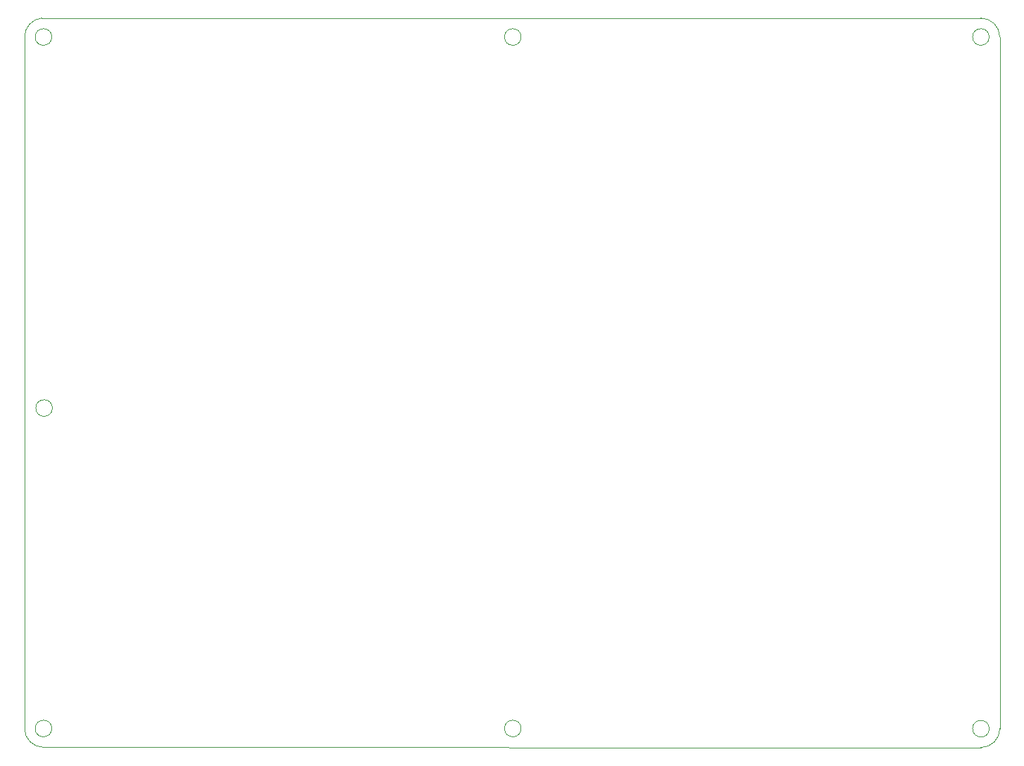
<source format=gbr>
G04 #@! TF.GenerationSoftware,KiCad,Pcbnew,5.1.9*
G04 #@! TF.CreationDate,2021-01-18T19:30:39-06:00*
G04 #@! TF.ProjectId,halfboard,68616c66-626f-4617-9264-2e6b69636164,rev?*
G04 #@! TF.SameCoordinates,Original*
G04 #@! TF.FileFunction,Profile,NP*
%FSLAX46Y46*%
G04 Gerber Fmt 4.6, Leading zero omitted, Abs format (unit mm)*
G04 Created by KiCad (PCBNEW 5.1.9) date 2021-01-18 19:30:39*
%MOMM*%
%LPD*%
G01*
G04 APERTURE LIST*
G04 #@! TA.AperFunction,Profile*
%ADD10C,0.050000*%
G04 #@! TD*
G04 APERTURE END LIST*
D10*
X41309933Y-131062032D02*
G75*
G03*
X41309933Y-131062032I-1000000J0D01*
G01*
X154162000Y-131086776D02*
G75*
G03*
X154162000Y-131086776I-1000000J0D01*
G01*
X97809426Y-47752000D02*
G75*
G03*
X97809426Y-47752000I-1000000J0D01*
G01*
X97809426Y-131062032D02*
G75*
G03*
X97809426Y-131062032I-1000000J0D01*
G01*
X41386000Y-92456000D02*
G75*
G03*
X41386000Y-92456000I-1000000J0D01*
G01*
X41309933Y-47752001D02*
G75*
G03*
X41309933Y-47752001I-1000000J0D01*
G01*
X154162000Y-47752000D02*
G75*
G03*
X154162000Y-47752000I-1000000J0D01*
G01*
X40325795Y-133333910D02*
G75*
G02*
X38038000Y-131062033I-15862J2271878D01*
G01*
X153150054Y-133358666D02*
G75*
G03*
X155435967Y-131086777I13980J2271890D01*
G01*
X153148020Y-45480110D02*
G75*
G02*
X155433933Y-47751999I13980J-2271890D01*
G01*
X38038000Y-47752001D02*
G75*
G02*
X40084068Y-45466002I2300067J0D01*
G01*
X38038000Y-47752001D02*
X38038000Y-131062033D01*
X153148020Y-45480110D02*
X40084068Y-45466002D01*
X155435967Y-131086777D02*
X155433933Y-47751999D01*
X40325795Y-133333910D02*
X153150054Y-133358666D01*
M02*

</source>
